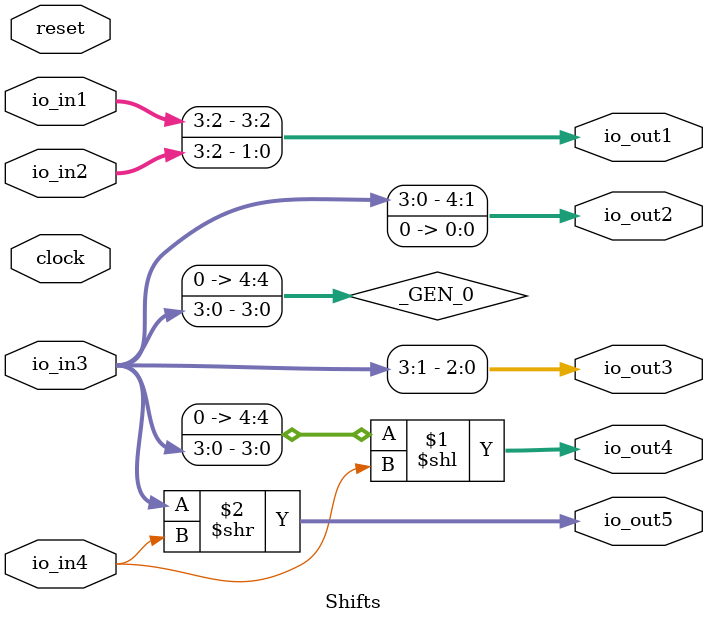
<source format=v>
module Shifts(
  input        clock,
  input        reset,
  input  [3:0] io_in1,
  input  [3:0] io_in2,
  input  [3:0] io_in3,
  input        io_in4,
  output [3:0] io_out1,
  output [4:0] io_out2,
  output [2:0] io_out3,
  output [4:0] io_out4,
  output [3:0] io_out5
);
  wire [4:0] _GEN_0 = {{1'd0}, io_in3};
  assign io_out1 = {io_in1[3:2],io_in2[3:2]};
  assign io_out2 = {io_in3, 1'h0};
  assign io_out3 = io_in3[3:1];
  assign io_out4 = _GEN_0 << io_in4;
  assign io_out5 = io_in3 >> io_in4;
endmodule

</source>
